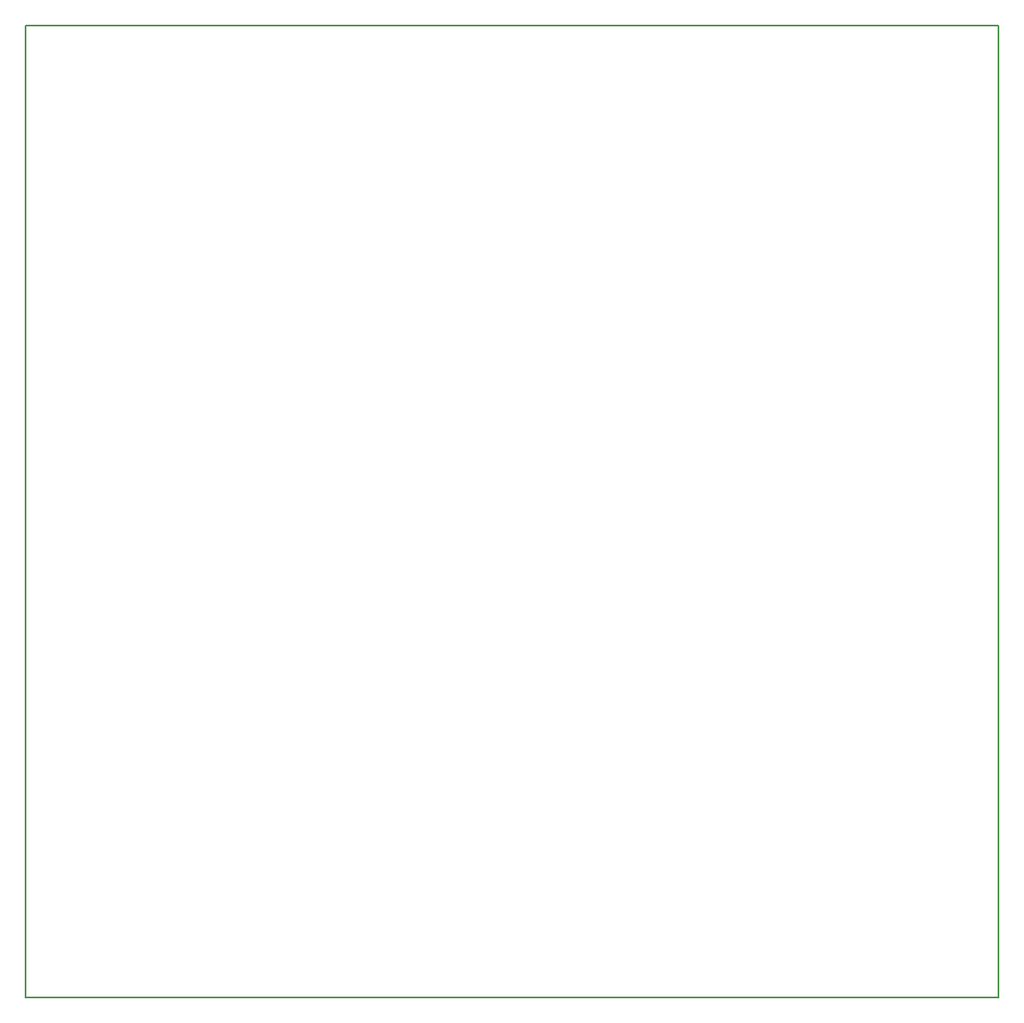
<source format=gko>
G04 Layer_Color=16711935*
%FSLAX25Y25*%
%MOIN*%
G70*
G01*
G75*
%ADD40C,0.00787*%
D40*
X300Y300D02*
X393700D01*
Y393400D01*
X300D02*
X393700D01*
X300Y300D02*
Y393400D01*
M02*

</source>
